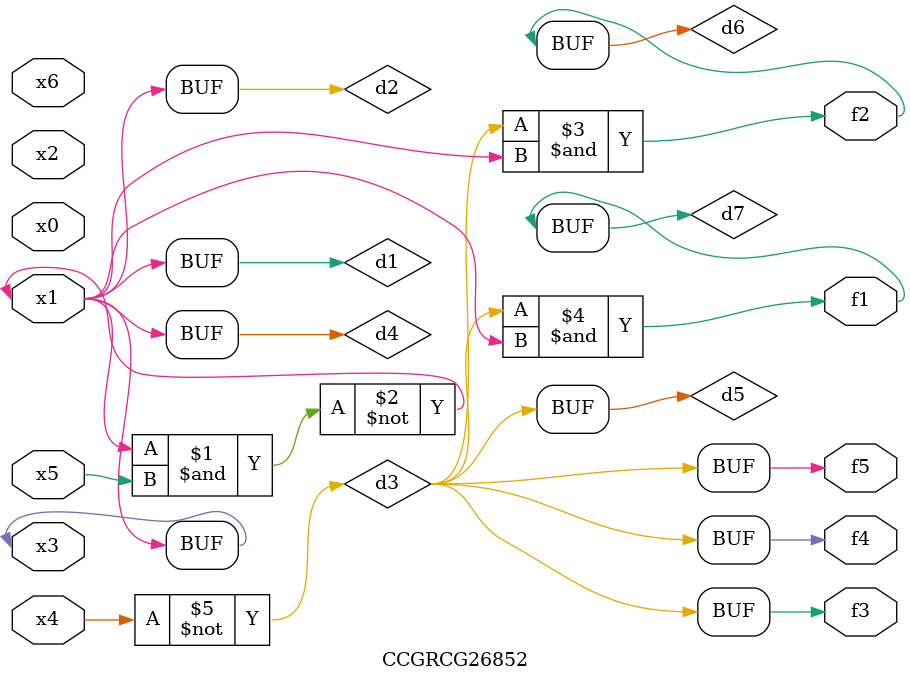
<source format=v>
module CCGRCG26852(
	input x0, x1, x2, x3, x4, x5, x6,
	output f1, f2, f3, f4, f5
);

	wire d1, d2, d3, d4, d5, d6, d7;

	buf (d1, x1, x3);
	nand (d2, x1, x5);
	not (d3, x4);
	buf (d4, d1, d2);
	buf (d5, d3);
	and (d6, d3, d4);
	and (d7, d3, d4);
	assign f1 = d7;
	assign f2 = d6;
	assign f3 = d5;
	assign f4 = d5;
	assign f5 = d5;
endmodule

</source>
